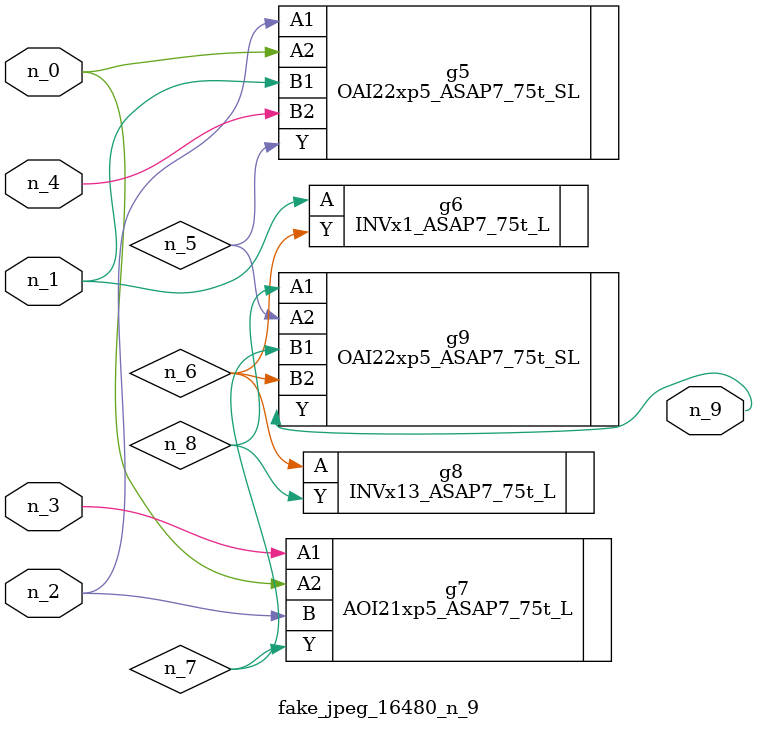
<source format=v>
module fake_jpeg_16480_n_9 (n_3, n_2, n_1, n_0, n_4, n_9);

input n_3;
input n_2;
input n_1;
input n_0;
input n_4;

output n_9;

wire n_8;
wire n_6;
wire n_5;
wire n_7;

OAI22xp5_ASAP7_75t_SL g5 ( 
.A1(n_2),
.A2(n_0),
.B1(n_1),
.B2(n_4),
.Y(n_5)
);

INVx1_ASAP7_75t_L g6 ( 
.A(n_1),
.Y(n_6)
);

AOI21xp5_ASAP7_75t_L g7 ( 
.A1(n_3),
.A2(n_0),
.B(n_2),
.Y(n_7)
);

INVx13_ASAP7_75t_L g8 ( 
.A(n_6),
.Y(n_8)
);

OAI22xp5_ASAP7_75t_SL g9 ( 
.A1(n_8),
.A2(n_5),
.B1(n_7),
.B2(n_6),
.Y(n_9)
);


endmodule
</source>
